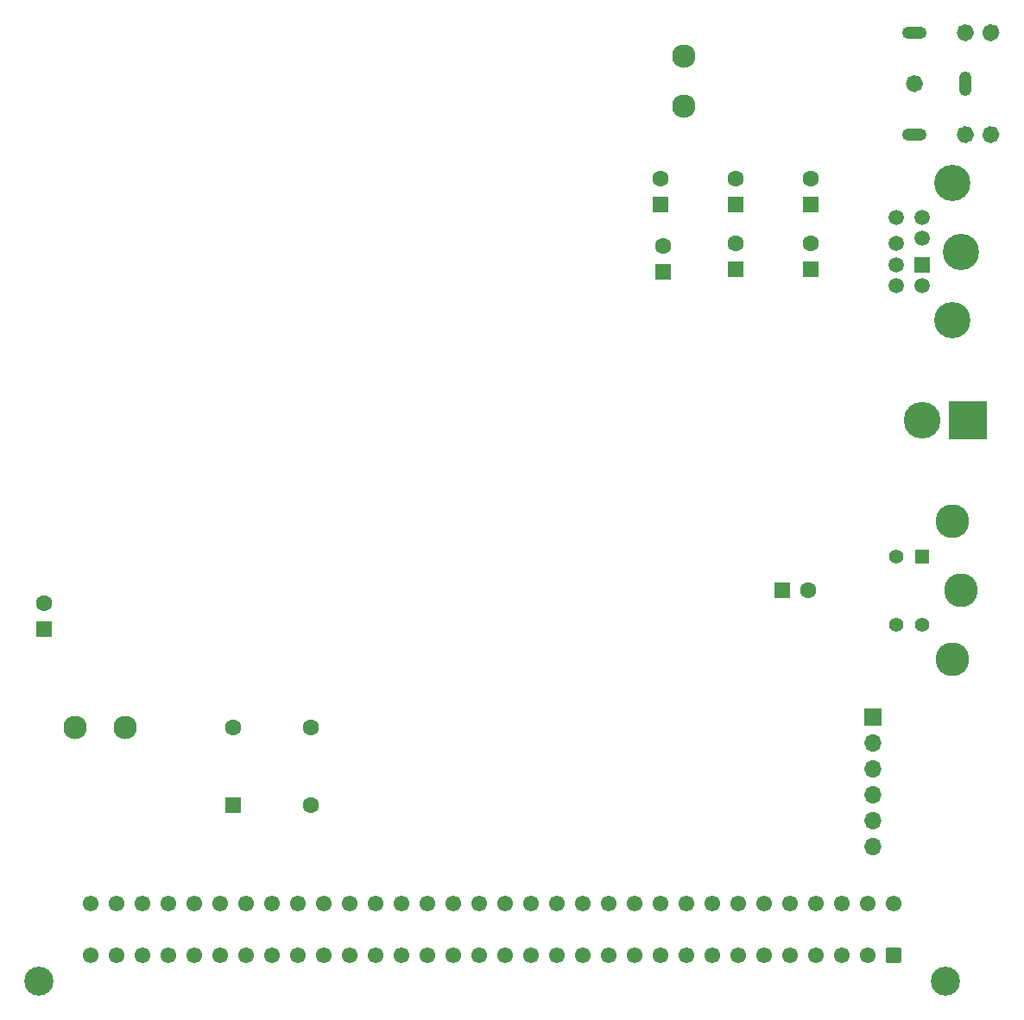
<source format=gbs>
G04 #@! TF.GenerationSoftware,KiCad,Pcbnew,(5.1.10)-1*
G04 #@! TF.CreationDate,2021-07-30T10:38:07+01:00*
G04 #@! TF.ProjectId,GfxV9990,47667856-3939-4393-902e-6b696361645f,rev?*
G04 #@! TF.SameCoordinates,Original*
G04 #@! TF.FileFunction,Soldermask,Bot*
G04 #@! TF.FilePolarity,Negative*
%FSLAX46Y46*%
G04 Gerber Fmt 4.6, Leading zero omitted, Abs format (unit mm)*
G04 Created by KiCad (PCBNEW (5.1.10)-1) date 2021-07-30 10:38:07*
%MOMM*%
%LPD*%
G01*
G04 APERTURE LIST*
%ADD10C,0.854000*%
%ADD11C,3.555000*%
%ADD12C,1.509000*%
%ADD13R,1.509000X1.509000*%
%ADD14C,1.550000*%
%ADD15C,2.850000*%
%ADD16C,2.300000*%
%ADD17C,1.600000*%
%ADD18R,1.600000X1.600000*%
%ADD19C,1.200000*%
%ADD20O,2.416000X1.208000*%
%ADD21O,1.208000X2.416000*%
%ADD22O,1.700000X1.700000*%
%ADD23R,1.700000X1.700000*%
%ADD24C,3.600000*%
%ADD25R,3.765000X3.765000*%
%ADD26C,3.306000*%
%ADD27C,1.398000*%
%ADD28R,1.398000X1.398000*%
G04 APERTURE END LIST*
D10*
X198677000Y-54250000D02*
G75*
G03*
X198677000Y-54250000I-427000J0D01*
G01*
X196177000Y-54250000D02*
G75*
G03*
X196177000Y-54250000I-427000J0D01*
G01*
X198677000Y-64250000D02*
G75*
G03*
X198677000Y-64250000I-427000J0D01*
G01*
X196177000Y-64250000D02*
G75*
G03*
X196177000Y-64250000I-427000J0D01*
G01*
X191177000Y-59250000D02*
G75*
G03*
X191177000Y-59250000I-427000J0D01*
G01*
D11*
X194500000Y-82500000D03*
X195310000Y-75740000D03*
X194500000Y-68980000D03*
D12*
X189010000Y-72390000D03*
X189010000Y-74930000D03*
X189010000Y-79090000D03*
X191500000Y-72390000D03*
X189010000Y-77040000D03*
X191500000Y-79090000D03*
X191500000Y-74440000D03*
D13*
X191500000Y-77040000D03*
D14*
X109982000Y-139700000D03*
X112522000Y-139700000D03*
X115062000Y-139700000D03*
X117602000Y-139700000D03*
X120142000Y-139700000D03*
X122682000Y-139700000D03*
X125222000Y-139700000D03*
X127762000Y-139700000D03*
X130302000Y-139700000D03*
X132842000Y-139700000D03*
X135382000Y-139700000D03*
X137922000Y-139700000D03*
X140462000Y-139700000D03*
X143002000Y-139700000D03*
X145542000Y-139700000D03*
X148082000Y-139700000D03*
X150622000Y-139700000D03*
X153162000Y-139700000D03*
X155702000Y-139700000D03*
X158242000Y-139700000D03*
X160782000Y-139700000D03*
X163322000Y-139700000D03*
X165862000Y-139700000D03*
X168402000Y-139700000D03*
X170942000Y-139700000D03*
X173482000Y-139700000D03*
X176022000Y-139700000D03*
X178562000Y-139700000D03*
X181102000Y-139700000D03*
X183642000Y-139700000D03*
X186182000Y-139700000D03*
X188722000Y-139700000D03*
X109982000Y-144780000D03*
X112522000Y-144780000D03*
X115062000Y-144780000D03*
X117602000Y-144780000D03*
X120142000Y-144780000D03*
X122682000Y-144780000D03*
X125222000Y-144780000D03*
X127762000Y-144780000D03*
X130302000Y-144780000D03*
X132842000Y-144780000D03*
X135382000Y-144780000D03*
X137922000Y-144780000D03*
X140462000Y-144780000D03*
X143002000Y-144780000D03*
X145542000Y-144780000D03*
X148082000Y-144780000D03*
X150622000Y-144780000D03*
X153162000Y-144780000D03*
X155702000Y-144780000D03*
X158242000Y-144780000D03*
X160782000Y-144780000D03*
X163322000Y-144780000D03*
X165862000Y-144780000D03*
X168402000Y-144780000D03*
X170942000Y-144780000D03*
X173482000Y-144780000D03*
X176022000Y-144780000D03*
X178562000Y-144780000D03*
X181102000Y-144780000D03*
X183642000Y-144780000D03*
X186182000Y-144780000D03*
G36*
G01*
X189497000Y-144254999D02*
X189497000Y-145305001D01*
G75*
G02*
X189247001Y-145555000I-249999J0D01*
G01*
X188196999Y-145555000D01*
G75*
G02*
X187947000Y-145305001I0J249999D01*
G01*
X187947000Y-144254999D01*
G75*
G02*
X188196999Y-144005000I249999J0D01*
G01*
X189247001Y-144005000D01*
G75*
G02*
X189497000Y-144254999I0J-249999D01*
G01*
G37*
D15*
X104902000Y-147320000D03*
X193802000Y-147320000D03*
D16*
X113358000Y-122428000D03*
X108458000Y-122428000D03*
D17*
X131572000Y-130048000D03*
X131572000Y-122428000D03*
X123952000Y-122428000D03*
D18*
X123952000Y-130048000D03*
D17*
X105410000Y-110276000D03*
D18*
X105410000Y-112776000D03*
D16*
X168148000Y-61468000D03*
X168148000Y-56568000D03*
D19*
X198250000Y-64250000D03*
X198250000Y-54250000D03*
X195750000Y-54250000D03*
X195750000Y-64250000D03*
X190750000Y-59250000D03*
D20*
X190750000Y-64250000D03*
X190750000Y-54250000D03*
D21*
X195750000Y-59250000D03*
D22*
X186690000Y-134112000D03*
X186690000Y-131572000D03*
X186690000Y-129032000D03*
X186690000Y-126492000D03*
X186690000Y-123952000D03*
D23*
X186690000Y-121412000D03*
D24*
X191500000Y-92250000D03*
D25*
X196000000Y-92250000D03*
D26*
X194500000Y-102230000D03*
X194500000Y-115750000D03*
X195310000Y-108990000D03*
D27*
X189010000Y-112340000D03*
X191500000Y-112340000D03*
X189010000Y-105640000D03*
D28*
X191500000Y-105640000D03*
D17*
X180300000Y-108966000D03*
D18*
X177800000Y-108966000D03*
D17*
X180594000Y-68620000D03*
D18*
X180594000Y-71120000D03*
D17*
X180594000Y-74970000D03*
D18*
X180594000Y-77470000D03*
D17*
X173228000Y-68620000D03*
D18*
X173228000Y-71120000D03*
D17*
X173228000Y-74970000D03*
D18*
X173228000Y-77470000D03*
D17*
X166116000Y-75224000D03*
D18*
X166116000Y-77724000D03*
D17*
X165862000Y-68620000D03*
D18*
X165862000Y-71120000D03*
M02*

</source>
